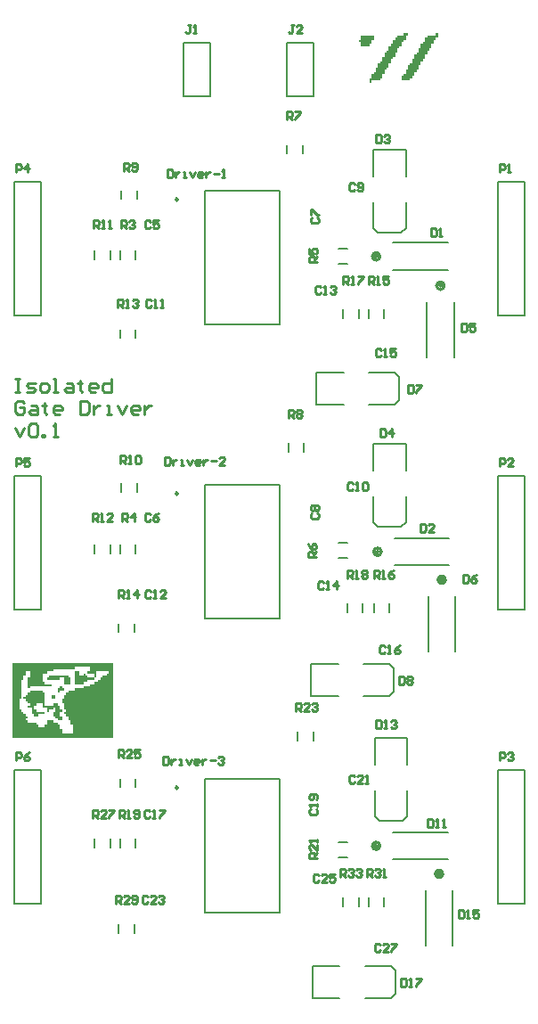
<source format=gto>
G04*
G04 #@! TF.GenerationSoftware,Altium Limited,Altium Designer,20.2.3 (150)*
G04*
G04 Layer_Color=65535*
%FSLAX25Y25*%
%MOIN*%
G70*
G04*
G04 #@! TF.SameCoordinates,9B11B327-6EB5-4971-87C7-186C775F7969*
G04*
G04*
G04 #@! TF.FilePolarity,Positive*
G04*
G01*
G75*
%ADD10C,0.00787*%
%ADD11C,0.00984*%
%ADD12C,0.01000*%
G36*
X386100Y462800D02*
Y462000D01*
X385300D01*
Y461200D01*
Y460400D01*
X384500D01*
Y459600D01*
X381300D01*
Y460400D01*
Y461200D01*
X380500D01*
Y462000D01*
X381300D01*
Y462800D01*
Y463600D01*
X386100D01*
Y462800D01*
D02*
G37*
G36*
X410100Y463600D02*
Y462800D01*
X409300D01*
Y462000D01*
X408500D01*
Y461200D01*
Y460400D01*
X407700D01*
Y459600D01*
Y458800D01*
X406900D01*
Y458000D01*
X406100D01*
Y457200D01*
Y456400D01*
X405300D01*
Y455600D01*
Y454800D01*
X404500D01*
Y454000D01*
X403700D01*
Y453200D01*
Y452400D01*
X402900D01*
Y451600D01*
Y450800D01*
X402100D01*
Y450000D01*
X401300D01*
Y449200D01*
Y448400D01*
X400500D01*
Y447600D01*
X399700D01*
Y446800D01*
X396500D01*
Y447600D01*
Y448400D01*
X397300D01*
Y449200D01*
X398100D01*
Y450000D01*
Y450800D01*
X398900D01*
Y451600D01*
Y452400D01*
X399700D01*
Y453200D01*
X400500D01*
Y454000D01*
Y454800D01*
X401300D01*
Y455600D01*
Y456400D01*
X402100D01*
Y457200D01*
X402900D01*
Y458000D01*
Y458800D01*
X403700D01*
Y459600D01*
Y460400D01*
X404500D01*
Y461200D01*
X405300D01*
Y462000D01*
Y462800D01*
X406100D01*
Y463600D01*
X409300D01*
Y464400D01*
X410100D01*
Y463600D01*
D02*
G37*
G36*
X398900D02*
X398100D01*
Y462800D01*
Y462000D01*
X397300D01*
Y461200D01*
X396500D01*
Y460400D01*
Y459600D01*
X395700D01*
Y458800D01*
X394900D01*
Y458000D01*
Y457200D01*
X394100D01*
Y456400D01*
Y455600D01*
X393300D01*
Y454800D01*
X392500D01*
Y454000D01*
Y453200D01*
X391700D01*
Y452400D01*
Y451600D01*
X390900D01*
Y450800D01*
X390100D01*
Y450000D01*
Y449200D01*
X389300D01*
Y448400D01*
Y447600D01*
X388500D01*
Y446800D01*
X385300D01*
Y446000D01*
X384500D01*
Y446800D01*
Y447600D01*
X385300D01*
Y448400D01*
Y449200D01*
X386100D01*
Y450000D01*
X386900D01*
Y450800D01*
Y451600D01*
X387700D01*
Y452400D01*
Y453200D01*
X388500D01*
Y454000D01*
X389300D01*
Y454800D01*
Y455600D01*
X390100D01*
Y456400D01*
Y457200D01*
X390900D01*
Y458000D01*
X391700D01*
Y458800D01*
Y459600D01*
X392500D01*
Y460400D01*
X393300D01*
Y461200D01*
Y462000D01*
X394100D01*
Y462800D01*
X394900D01*
Y463600D01*
X397300D01*
Y464400D01*
X398900D01*
Y463600D01*
D02*
G37*
G36*
X288600Y228200D02*
Y227400D01*
Y226600D01*
Y225800D01*
Y225000D01*
Y224200D01*
Y223400D01*
Y222600D01*
Y221800D01*
Y221000D01*
Y220200D01*
Y219400D01*
Y218600D01*
Y217800D01*
Y217000D01*
Y216200D01*
Y215400D01*
Y214600D01*
Y213800D01*
Y213000D01*
Y212200D01*
Y211400D01*
Y210600D01*
Y209800D01*
Y209000D01*
Y208200D01*
Y207400D01*
Y206600D01*
Y205800D01*
Y205000D01*
Y204200D01*
Y203400D01*
Y202600D01*
Y201800D01*
Y201000D01*
X251000D01*
Y201800D01*
Y202600D01*
Y203400D01*
Y204200D01*
Y205000D01*
Y205800D01*
Y206600D01*
Y207400D01*
Y208200D01*
Y209000D01*
Y209800D01*
Y210600D01*
Y211400D01*
Y212200D01*
Y213000D01*
Y213800D01*
Y214600D01*
Y215400D01*
Y216200D01*
Y217000D01*
Y217800D01*
Y218600D01*
Y219400D01*
Y220200D01*
Y221000D01*
Y221800D01*
Y222600D01*
Y223400D01*
Y224200D01*
Y225000D01*
Y225800D01*
Y226600D01*
Y227400D01*
Y228200D01*
Y229000D01*
X288600D01*
Y228200D01*
D02*
G37*
%LPC*%
G36*
X279800Y227400D02*
X274200D01*
Y226600D01*
X266200D01*
Y225800D01*
X263800D01*
Y225000D01*
X262200D01*
Y224200D01*
Y223400D01*
Y222600D01*
Y221800D01*
X263000D01*
Y221000D01*
X265400D01*
Y220200D01*
X257400D01*
Y219400D01*
X256600D01*
Y220200D01*
Y221000D01*
Y221800D01*
Y222600D01*
Y223400D01*
X257400D01*
Y224200D01*
Y225000D01*
Y225800D01*
X255800D01*
Y225000D01*
Y224200D01*
X255000D01*
Y223400D01*
Y222600D01*
X254200D01*
Y221800D01*
Y221000D01*
Y220200D01*
Y219400D01*
Y218600D01*
Y217800D01*
Y217000D01*
Y216200D01*
Y215400D01*
X253400D01*
Y214600D01*
Y213800D01*
Y213000D01*
Y212200D01*
Y211400D01*
X254200D01*
Y210600D01*
X255000D01*
Y209800D01*
X255800D01*
Y209000D01*
X256600D01*
Y208200D01*
X255800D01*
Y207400D01*
X256600D01*
Y206600D01*
X259800D01*
Y205800D01*
X260600D01*
Y205000D01*
X263000D01*
Y205800D01*
X263800D01*
Y206600D01*
Y207400D01*
X266200D01*
Y206600D01*
X267800D01*
Y205800D01*
X268600D01*
Y205000D01*
Y204200D01*
X269400D01*
Y203400D01*
Y202600D01*
X273400D01*
Y203400D01*
Y204200D01*
Y205000D01*
Y205800D01*
X272600D01*
Y206600D01*
Y207400D01*
X271800D01*
Y208200D01*
Y209000D01*
X271000D01*
Y209800D01*
X270200D01*
Y210600D01*
X271000D01*
Y211400D01*
X270200D01*
Y212200D01*
Y213000D01*
Y213800D01*
X269400D01*
Y214600D01*
Y215400D01*
X270200D01*
Y216200D01*
Y217000D01*
X271000D01*
Y217800D01*
X271800D01*
Y218600D01*
X274200D01*
Y219400D01*
X277400D01*
Y220200D01*
X279800D01*
Y221000D01*
X281400D01*
Y221800D01*
X283000D01*
Y222600D01*
X283800D01*
Y223400D01*
X284600D01*
Y224200D01*
X286200D01*
Y225000D01*
X287000D01*
Y225800D01*
X282200D01*
Y225000D01*
Y224200D01*
Y223400D01*
X281400D01*
Y224200D01*
Y225000D01*
X279000D01*
Y225800D01*
X279800D01*
Y226600D01*
Y227400D01*
D02*
G37*
%LPD*%
G36*
X275800Y225000D02*
Y224200D01*
X277400D01*
Y225000D01*
X278200D01*
Y224200D01*
X279000D01*
Y223400D01*
X281400D01*
Y222600D01*
X279000D01*
Y221800D01*
X277400D01*
Y221000D01*
X274200D01*
Y221800D01*
Y222600D01*
Y223400D01*
Y224200D01*
Y225000D01*
Y225800D01*
X275800D01*
Y225000D01*
D02*
G37*
G36*
X271800Y223400D02*
X272600D01*
Y222600D01*
Y221800D01*
Y221000D01*
X270200D01*
Y221800D01*
Y222600D01*
Y223400D01*
X268600D01*
Y222600D01*
X263800D01*
Y223400D01*
X264600D01*
Y224200D01*
X271800D01*
Y223400D01*
D02*
G37*
G36*
X269400Y219400D02*
X270200D01*
Y218600D01*
X268600D01*
Y217800D01*
X267800D01*
Y218600D01*
Y219400D01*
X268600D01*
Y220200D01*
X269400D01*
Y219400D01*
D02*
G37*
G36*
X267000Y216200D02*
Y215400D01*
X265400D01*
Y216200D01*
Y217000D01*
X267000D01*
Y216200D01*
D02*
G37*
G36*
X262200Y217800D02*
X263000D01*
Y217000D01*
Y216200D01*
Y215400D01*
Y214600D01*
Y213800D01*
Y213000D01*
X266200D01*
Y213800D01*
X267800D01*
Y213000D01*
X268600D01*
Y212200D01*
Y211400D01*
X269400D01*
Y210600D01*
X268600D01*
Y209800D01*
Y209000D01*
X269400D01*
Y208200D01*
Y207400D01*
X267800D01*
Y208200D01*
X267000D01*
Y209000D01*
X266200D01*
Y209800D01*
Y210600D01*
X267000D01*
Y211400D01*
Y212200D01*
X266200D01*
Y211400D01*
X264600D01*
Y210600D01*
X263800D01*
Y211400D01*
Y212200D01*
X262200D01*
Y213000D01*
Y213800D01*
X259800D01*
Y213000D01*
X259000D01*
Y212200D01*
Y211400D01*
X259800D01*
Y210600D01*
X263000D01*
Y209800D01*
X260600D01*
Y209000D01*
X259000D01*
Y209800D01*
X258200D01*
Y210600D01*
Y211400D01*
Y212200D01*
X256600D01*
Y213000D01*
X257400D01*
Y213800D01*
X256600D01*
Y214600D01*
X255800D01*
Y215400D01*
X255000D01*
Y216200D01*
X255800D01*
Y217000D01*
X256600D01*
Y217800D01*
X257400D01*
Y218600D01*
X262200D01*
Y217800D01*
D02*
G37*
D10*
X410894Y150035D02*
G03*
X410894Y150035I-394J0D01*
G01*
X411614Y150000D02*
G03*
X411614Y150000I-1114J0D01*
G01*
X412170Y150035D02*
G03*
X412170Y150035I-1670J0D01*
G01*
X411057D02*
G03*
X411057Y150035I-557J0D01*
G01*
X387358Y160500D02*
G03*
X387358Y160500I-394J0D01*
G01*
X388113D02*
G03*
X388113Y160500I-1114J0D01*
G01*
X388635D02*
G03*
X388635Y160500I-1670J0D01*
G01*
X387521D02*
G03*
X387521Y160500I-557J0D01*
G01*
X411894Y260035D02*
G03*
X411894Y260035I-394J0D01*
G01*
X412614Y260000D02*
G03*
X412614Y260000I-1114J0D01*
G01*
X413170Y260035D02*
G03*
X413170Y260035I-1670J0D01*
G01*
X412057D02*
G03*
X412057Y260035I-557J0D01*
G01*
X387858Y270500D02*
G03*
X387858Y270500I-394J0D01*
G01*
X388614D02*
G03*
X388614Y270500I-1114J0D01*
G01*
X389135D02*
G03*
X389135Y270500I-1670J0D01*
G01*
X388021D02*
G03*
X388021Y270500I-557J0D01*
G01*
X411394Y370035D02*
G03*
X411394Y370035I-394J0D01*
G01*
X412114Y370000D02*
G03*
X412114Y370000I-1114J0D01*
G01*
X412670Y370035D02*
G03*
X412670Y370035I-1670J0D01*
G01*
X411557D02*
G03*
X411557Y370035I-557J0D01*
G01*
X387358Y381000D02*
G03*
X387358Y381000I-394J0D01*
G01*
X388113D02*
G03*
X388113Y381000I-1114J0D01*
G01*
X388635D02*
G03*
X388635Y381000I-1670J0D01*
G01*
X387521D02*
G03*
X387521Y381000I-557J0D01*
G01*
X432500Y409000D02*
X442500D01*
Y359000D02*
Y409000D01*
X432500Y359000D02*
Y409000D01*
Y359000D02*
X442500D01*
X364539Y325398D02*
Y337602D01*
X393870Y325398D02*
X395642Y327169D01*
X393870Y337602D02*
X395642Y335831D01*
Y327169D02*
Y335831D01*
X364539Y325398D02*
X374776D01*
X364539Y337602D02*
X374776D01*
X384224D02*
X393870D01*
X384224Y325398D02*
X393870D01*
X385898Y420961D02*
X398102D01*
X385898Y391630D02*
X387669Y389858D01*
X396331D02*
X398102Y391630D01*
X387669Y389858D02*
X396331D01*
X385898Y410724D02*
Y420961D01*
X398102Y410724D02*
Y420961D01*
Y391630D02*
Y401276D01*
X385898Y391630D02*
Y401276D01*
Y310961D02*
X398102D01*
X385898Y281630D02*
X387669Y279858D01*
X396331D02*
X398102Y281630D01*
X387669Y279858D02*
X396331D01*
X385898Y300724D02*
Y310961D01*
X398102Y300724D02*
Y310961D01*
Y281630D02*
Y291276D01*
X385898Y281630D02*
Y291276D01*
X362539Y216398D02*
Y228602D01*
X391870Y216398D02*
X393642Y218169D01*
X391870Y228602D02*
X393642Y226831D01*
Y218169D02*
Y226831D01*
X362539Y216398D02*
X372776D01*
X362539Y228602D02*
X372776D01*
X382224D02*
X391870D01*
X382224Y216398D02*
X391870D01*
X363453Y199925D02*
Y203075D01*
X357547Y199925D02*
Y203075D01*
X405382Y123264D02*
Y143736D01*
X415618Y123264D02*
Y143736D01*
X393264Y155382D02*
X413736D01*
X393264Y165618D02*
X413736D01*
X384047Y137925D02*
Y141075D01*
X389953Y137925D02*
Y141075D01*
X363039Y103398D02*
Y115602D01*
X392370Y103398D02*
X394142Y105169D01*
X392370Y115602D02*
X394142Y113831D01*
Y105169D02*
Y113831D01*
X363039Y103398D02*
X373276D01*
X363039Y115602D02*
X373276D01*
X382724D02*
X392370D01*
X382724Y103398D02*
X392370D01*
X372925Y161953D02*
X376075D01*
X372925Y156047D02*
X376075D01*
X380453Y137925D02*
Y141075D01*
X374547Y137925D02*
Y141075D01*
X406382Y233264D02*
Y253736D01*
X416618Y233264D02*
Y253736D01*
X372925Y273953D02*
X376075D01*
X372925Y268047D02*
X376075D01*
X393764Y265382D02*
X414236D01*
X393764Y275618D02*
X414236D01*
X405882Y343264D02*
Y363736D01*
X416118Y343264D02*
Y363736D01*
X372925Y378047D02*
X376075D01*
X372925Y383953D02*
X376075D01*
X290547Y127925D02*
Y131075D01*
X296453Y127925D02*
Y131075D01*
X281547Y159925D02*
Y163075D01*
X287453Y159925D02*
Y163075D01*
X291047Y159925D02*
Y163075D01*
X296953Y159925D02*
Y163075D01*
X296953Y182425D02*
Y185575D01*
X291047Y182425D02*
Y185575D01*
X297453Y292925D02*
Y296075D01*
X291547Y292925D02*
Y296075D01*
X281547Y269925D02*
Y273075D01*
X287453Y269925D02*
Y273075D01*
X291047Y269925D02*
Y273075D01*
X296953Y269925D02*
Y273075D01*
X323024Y355500D02*
X350976D01*
Y405500D01*
X323024D02*
X350976D01*
X323024Y355500D02*
Y405500D01*
Y135500D02*
Y185500D01*
X350976D01*
Y135500D02*
Y185500D01*
X323024Y135500D02*
X350976D01*
X323024Y245500D02*
Y295500D01*
X350976D01*
Y245500D02*
Y295500D01*
X323024Y245500D02*
X350976D01*
X251500Y409000D02*
X261500D01*
Y359000D02*
Y409000D01*
X251500Y359000D02*
Y409000D01*
Y359000D02*
X261500D01*
X251500Y249000D02*
X261500D01*
X251500D02*
Y299000D01*
X261500Y249000D02*
Y299000D01*
X251500D02*
X261500D01*
X251500Y139000D02*
X261500D01*
X251500D02*
Y189000D01*
X261500Y139000D02*
Y189000D01*
X251500D02*
X261500D01*
X432500Y139000D02*
X442500D01*
X432500D02*
Y189000D01*
X442500Y139000D02*
Y189000D01*
X432500D02*
X442500D01*
X359453Y419425D02*
Y422575D01*
X353547Y419425D02*
Y422575D01*
X393264Y375882D02*
X413736D01*
X393264Y386118D02*
X413736D01*
X384047Y357925D02*
Y361075D01*
X389953Y357925D02*
Y361075D01*
X296953Y350425D02*
Y353575D01*
X291047Y350425D02*
Y353575D01*
X291547Y402425D02*
Y405575D01*
X297453Y402425D02*
Y405575D01*
X287453Y379925D02*
Y383075D01*
X281547Y379925D02*
Y383075D01*
X296953Y379925D02*
Y383075D01*
X291047Y379925D02*
Y383075D01*
X374547Y357925D02*
Y361075D01*
X380453Y357925D02*
Y361075D01*
X432500Y299000D02*
X442500D01*
Y249000D02*
Y299000D01*
X432500Y249000D02*
Y299000D01*
Y249000D02*
X442500D01*
X354047Y307925D02*
Y311075D01*
X359953Y307925D02*
Y311075D01*
X376047Y247925D02*
Y251075D01*
X381953Y247925D02*
Y251075D01*
X391953Y247925D02*
Y251075D01*
X386047Y247925D02*
Y251075D01*
X296453Y240425D02*
Y243575D01*
X290547Y240425D02*
Y243575D01*
X353500Y461000D02*
X363500D01*
Y441000D02*
Y461000D01*
X353500Y441000D02*
X363500D01*
X353500D02*
Y461000D01*
X315000D02*
X325000D01*
Y441000D02*
Y461000D01*
X315000Y441000D02*
X325000D01*
X315000D02*
Y461000D01*
X386398Y171630D02*
Y181276D01*
X398602Y171630D02*
Y181276D01*
Y190724D02*
Y200961D01*
X386398Y190724D02*
Y200961D01*
X388169Y169858D02*
X396831D01*
X398602Y171630D01*
X386398D02*
X388169Y169858D01*
X386398Y200961D02*
X398602D01*
D11*
X312827Y402252D02*
G03*
X312827Y402252I-492J0D01*
G01*
Y182252D02*
G03*
X312827Y182252I-492J0D01*
G01*
Y292252D02*
G03*
X312827Y292252I-492J0D01*
G01*
D12*
X252000Y335295D02*
X253666D01*
X252833D01*
Y330296D01*
X252000D01*
X253666D01*
X256165D02*
X258664D01*
X259498Y331129D01*
X258664Y331962D01*
X256998D01*
X256165Y332795D01*
X256998Y333628D01*
X259498D01*
X261997Y330296D02*
X263663D01*
X264496Y331129D01*
Y332795D01*
X263663Y333628D01*
X261997D01*
X261164Y332795D01*
Y331129D01*
X261997Y330296D01*
X266162D02*
X267828D01*
X266995D01*
Y335295D01*
X266162D01*
X271161Y333628D02*
X272827D01*
X273660Y332795D01*
Y330296D01*
X271161D01*
X270327Y331129D01*
X271161Y331962D01*
X273660D01*
X276159Y334461D02*
Y333628D01*
X275326D01*
X276992D01*
X276159D01*
Y331129D01*
X276992Y330296D01*
X281990D02*
X280324D01*
X279491Y331129D01*
Y332795D01*
X280324Y333628D01*
X281990D01*
X282823Y332795D01*
Y331962D01*
X279491D01*
X287822Y335295D02*
Y330296D01*
X285322D01*
X284489Y331129D01*
Y332795D01*
X285322Y333628D01*
X287822D01*
X255332Y326063D02*
X254499Y326896D01*
X252833D01*
X252000Y326063D01*
Y322731D01*
X252833Y321898D01*
X254499D01*
X255332Y322731D01*
Y324397D01*
X253666D01*
X257831Y325230D02*
X259498D01*
X260331Y324397D01*
Y321898D01*
X257831D01*
X256998Y322731D01*
X257831Y323564D01*
X260331D01*
X262830Y326063D02*
Y325230D01*
X261997D01*
X263663D01*
X262830D01*
Y322731D01*
X263663Y321898D01*
X268661D02*
X266995D01*
X266162Y322731D01*
Y324397D01*
X266995Y325230D01*
X268661D01*
X269494Y324397D01*
Y323564D01*
X266162D01*
X276159Y326896D02*
Y321898D01*
X278658D01*
X279491Y322731D01*
Y326063D01*
X278658Y326896D01*
X276159D01*
X281157Y325230D02*
Y321898D01*
Y323564D01*
X281990Y324397D01*
X282823Y325230D01*
X283656D01*
X286156Y321898D02*
X287822D01*
X286989D01*
Y325230D01*
X286156D01*
X290321D02*
X291987Y321898D01*
X293653Y325230D01*
X297818Y321898D02*
X296152D01*
X295319Y322731D01*
Y324397D01*
X296152Y325230D01*
X297818D01*
X298652Y324397D01*
Y323564D01*
X295319D01*
X300318Y325230D02*
Y321898D01*
Y323564D01*
X301151Y324397D01*
X301984Y325230D01*
X302817D01*
X252000Y316832D02*
X253666Y313500D01*
X255332Y316832D01*
X256998Y317665D02*
X257831Y318498D01*
X259498D01*
X260331Y317665D01*
Y314333D01*
X259498Y313500D01*
X257831D01*
X256998Y314333D01*
Y317665D01*
X261997Y313500D02*
Y314333D01*
X262830D01*
Y313500D01*
X261997D01*
X266162D02*
X267828D01*
X266995D01*
Y318498D01*
X266162Y317665D01*
X433100Y412400D02*
Y415399D01*
X434599D01*
X435099Y414899D01*
Y413900D01*
X434599Y413400D01*
X433100D01*
X436099Y412400D02*
X437099D01*
X436599D01*
Y415399D01*
X436099Y414899D01*
X252100Y412400D02*
Y415399D01*
X253600D01*
X254099Y414899D01*
Y413900D01*
X253600Y413400D01*
X252100D01*
X256598Y412400D02*
Y415399D01*
X255099Y413900D01*
X257098D01*
X363000Y395500D02*
X362501Y395000D01*
Y394001D01*
X363000Y393501D01*
X365000D01*
X365499Y394001D01*
Y395000D01*
X365000Y395500D01*
X362501Y396500D02*
Y398499D01*
X363000D01*
X365000Y396500D01*
X365499D01*
X407501Y391499D02*
Y388500D01*
X409000D01*
X409500Y389000D01*
Y391000D01*
X409000Y391499D01*
X407501D01*
X410500Y388500D02*
X411499D01*
X410999D01*
Y391499D01*
X410500Y391000D01*
X373501Y149001D02*
Y151999D01*
X375001D01*
X375501Y151500D01*
Y150500D01*
X375001Y150000D01*
X373501D01*
X374501D02*
X375501Y149001D01*
X376500Y151500D02*
X377000Y151999D01*
X378000D01*
X378500Y151500D01*
Y151000D01*
X378000Y150500D01*
X377500D01*
X378000D01*
X378500Y150000D01*
Y149500D01*
X378000Y149001D01*
X377000D01*
X376500Y149500D01*
X379499Y151500D02*
X379999Y151999D01*
X380999D01*
X381499Y151500D01*
Y151000D01*
X380999Y150500D01*
X380499D01*
X380999D01*
X381499Y150000D01*
Y149500D01*
X380999Y149001D01*
X379999D01*
X379499Y149500D01*
X383501Y149001D02*
Y151999D01*
X385001D01*
X385501Y151500D01*
Y150500D01*
X385001Y150000D01*
X383501D01*
X384501D02*
X385501Y149001D01*
X386500Y151500D02*
X387000Y151999D01*
X388000D01*
X388499Y151500D01*
Y151000D01*
X388000Y150500D01*
X387500D01*
X388000D01*
X388499Y150000D01*
Y149500D01*
X388000Y149001D01*
X387000D01*
X386500Y149500D01*
X389499Y149001D02*
X390499D01*
X389999D01*
Y151999D01*
X389499Y151500D01*
X289501Y139000D02*
Y141999D01*
X291001D01*
X291501Y141500D01*
Y140500D01*
X291001Y140000D01*
X289501D01*
X290501D02*
X291501Y139000D01*
X294500D02*
X292500D01*
X294500Y141000D01*
Y141500D01*
X294000Y141999D01*
X293000D01*
X292500Y141500D01*
X295499Y139500D02*
X295999Y139000D01*
X296999D01*
X297499Y139500D01*
Y141500D01*
X296999Y141999D01*
X295999D01*
X295499Y141500D01*
Y141000D01*
X295999Y140500D01*
X297499D01*
X281001Y171001D02*
Y174000D01*
X282501D01*
X283001Y173500D01*
Y172500D01*
X282501Y172000D01*
X281001D01*
X282001D02*
X283001Y171001D01*
X286000D02*
X284000D01*
X286000Y173000D01*
Y173500D01*
X285500Y174000D01*
X284500D01*
X284000Y173500D01*
X286999Y174000D02*
X288999D01*
Y173500D01*
X286999Y171500D01*
Y171001D01*
X290501Y193500D02*
Y196500D01*
X292001D01*
X292501Y196000D01*
Y195000D01*
X292001Y194500D01*
X290501D01*
X291501D02*
X292501Y193500D01*
X295500D02*
X293500D01*
X295500Y195500D01*
Y196000D01*
X295000Y196500D01*
X294000D01*
X293500Y196000D01*
X298499Y196500D02*
X296499D01*
Y195000D01*
X297499Y195500D01*
X297999D01*
X298499Y195000D01*
Y194000D01*
X297999Y193500D01*
X296999D01*
X296499Y194000D01*
X357001Y211000D02*
Y214000D01*
X358501D01*
X359001Y213500D01*
Y212500D01*
X358501Y212000D01*
X357001D01*
X358001D02*
X359001Y211000D01*
X362000D02*
X360000D01*
X362000Y213000D01*
Y213500D01*
X361500Y214000D01*
X360500D01*
X360000Y213500D01*
X362999D02*
X363499Y214000D01*
X364499D01*
X364999Y213500D01*
Y213000D01*
X364499Y212500D01*
X363999D01*
X364499D01*
X364999Y212000D01*
Y211500D01*
X364499Y211000D01*
X363499D01*
X362999Y211500D01*
X365000Y156001D02*
X362000D01*
Y157501D01*
X362500Y158001D01*
X363500D01*
X364000Y157501D01*
Y156001D01*
Y157001D02*
X365000Y158001D01*
Y161000D02*
Y159000D01*
X363000Y161000D01*
X362500D01*
X362000Y160500D01*
Y159500D01*
X362500Y159000D01*
X365000Y161999D02*
Y162999D01*
Y162499D01*
X362000D01*
X362500Y161999D01*
X290751Y171001D02*
Y174000D01*
X292251D01*
X292751Y173500D01*
Y172500D01*
X292251Y172000D01*
X290751D01*
X291751D02*
X292751Y171001D01*
X293750D02*
X294750D01*
X294250D01*
Y174000D01*
X293750Y173500D01*
X296249Y171500D02*
X296749Y171001D01*
X297749D01*
X298249Y171500D01*
Y173500D01*
X297749Y174000D01*
X296749D01*
X296249Y173500D01*
Y173000D01*
X296749Y172500D01*
X298249D01*
X376100Y260600D02*
Y263599D01*
X377600D01*
X378099Y263099D01*
Y262100D01*
X377600Y261600D01*
X376100D01*
X377100D02*
X378099Y260600D01*
X379099D02*
X380099D01*
X379599D01*
Y263599D01*
X379099Y263099D01*
X381598D02*
X382098Y263599D01*
X383098D01*
X383598Y263099D01*
Y262599D01*
X383098Y262100D01*
X383598Y261600D01*
Y261100D01*
X383098Y260600D01*
X382098D01*
X381598Y261100D01*
Y261600D01*
X382098Y262100D01*
X381598Y262599D01*
Y263099D01*
X382098Y262100D02*
X383098D01*
X374600Y370600D02*
Y373599D01*
X376099D01*
X376599Y373099D01*
Y372099D01*
X376099Y371600D01*
X374600D01*
X375600D02*
X376599Y370600D01*
X377599D02*
X378599D01*
X378099D01*
Y373599D01*
X377599Y373099D01*
X380098Y373599D02*
X382098D01*
Y373099D01*
X380098Y371100D01*
Y370600D01*
X386100Y260600D02*
Y263599D01*
X387599D01*
X388099Y263099D01*
Y262100D01*
X387599Y261600D01*
X386100D01*
X387100D02*
X388099Y260600D01*
X389099D02*
X390099D01*
X389599D01*
Y263599D01*
X389099Y263099D01*
X393598Y263599D02*
X392598Y263099D01*
X391598Y262100D01*
Y261100D01*
X392098Y260600D01*
X393098D01*
X393598Y261100D01*
Y261600D01*
X393098Y262100D01*
X391598D01*
X384100Y370600D02*
Y373599D01*
X385599D01*
X386099Y373099D01*
Y372099D01*
X385599Y371600D01*
X384100D01*
X385100D02*
X386099Y370600D01*
X387099D02*
X388099D01*
X387599D01*
Y373599D01*
X387099Y373099D01*
X391598Y373599D02*
X389598D01*
Y372099D01*
X390598Y372599D01*
X391098D01*
X391598Y372099D01*
Y371100D01*
X391098Y370600D01*
X390098D01*
X389598Y371100D01*
X290600Y253100D02*
Y256099D01*
X292099D01*
X292599Y255599D01*
Y254599D01*
X292099Y254100D01*
X290600D01*
X291600D02*
X292599Y253100D01*
X293599D02*
X294599D01*
X294099D01*
Y256099D01*
X293599Y255599D01*
X297598Y253100D02*
Y256099D01*
X296098Y254599D01*
X298098D01*
X290251Y362000D02*
Y365000D01*
X291751D01*
X292251Y364500D01*
Y363500D01*
X291751Y363000D01*
X290251D01*
X291251D02*
X292251Y362000D01*
X293250D02*
X294250D01*
X293750D01*
Y365000D01*
X293250Y364500D01*
X295749D02*
X296249Y365000D01*
X297249D01*
X297749Y364500D01*
Y364000D01*
X297249Y363500D01*
X296749D01*
X297249D01*
X297749Y363000D01*
Y362500D01*
X297249Y362000D01*
X296249D01*
X295749Y362500D01*
X280751Y282000D02*
Y284999D01*
X282251D01*
X282751Y284500D01*
Y283500D01*
X282251Y283000D01*
X280751D01*
X281751D02*
X282751Y282000D01*
X283750D02*
X284750D01*
X284250D01*
Y284999D01*
X283750Y284500D01*
X288249Y282000D02*
X286249D01*
X288249Y284000D01*
Y284500D01*
X287749Y284999D01*
X286749D01*
X286249Y284500D01*
X281251Y391500D02*
Y394499D01*
X282751D01*
X283250Y394000D01*
Y393000D01*
X282751Y392500D01*
X281251D01*
X282251D02*
X283250Y391500D01*
X284250D02*
X285250D01*
X284750D01*
Y394499D01*
X284250Y394000D01*
X286749Y391500D02*
X287749D01*
X287249D01*
Y394499D01*
X286749Y394000D01*
X291251Y303501D02*
Y306500D01*
X292751D01*
X293251Y306000D01*
Y305000D01*
X292751Y304500D01*
X291251D01*
X292251D02*
X293251Y303501D01*
X294250D02*
X295250D01*
X294750D01*
Y306500D01*
X294250Y306000D01*
X296749D02*
X297249Y306500D01*
X298249D01*
X298749Y306000D01*
Y304000D01*
X298249Y303501D01*
X297249D01*
X296749Y304000D01*
Y306000D01*
X292501Y413000D02*
Y416000D01*
X294000D01*
X294500Y415500D01*
Y414500D01*
X294000Y414000D01*
X292501D01*
X293500D02*
X294500Y413000D01*
X295500Y413500D02*
X296000Y413000D01*
X296999D01*
X297499Y413500D01*
Y415500D01*
X296999Y416000D01*
X296000D01*
X295500Y415500D01*
Y415000D01*
X296000Y414500D01*
X297499D01*
X354100Y320600D02*
Y323599D01*
X355599D01*
X356099Y323099D01*
Y322099D01*
X355599Y321600D01*
X354100D01*
X355100D02*
X356099Y320600D01*
X357099Y323099D02*
X357599Y323599D01*
X358598D01*
X359098Y323099D01*
Y322599D01*
X358598Y322099D01*
X359098Y321600D01*
Y321100D01*
X358598Y320600D01*
X357599D01*
X357099Y321100D01*
Y321600D01*
X357599Y322099D01*
X357099Y322599D01*
Y323099D01*
X357599Y322099D02*
X358598D01*
X353600Y432100D02*
Y435099D01*
X355100D01*
X355599Y434599D01*
Y433600D01*
X355100Y433100D01*
X353600D01*
X354600D02*
X355599Y432100D01*
X356599Y435099D02*
X358598D01*
Y434599D01*
X356599Y432600D01*
Y432100D01*
X364499Y268501D02*
X361501D01*
Y270000D01*
X362000Y270500D01*
X363000D01*
X363500Y270000D01*
Y268501D01*
Y269500D02*
X364499Y270500D01*
X361501Y273499D02*
X362000Y272499D01*
X363000Y271500D01*
X364000D01*
X364499Y272000D01*
Y272999D01*
X364000Y273499D01*
X363500D01*
X363000Y272999D01*
Y271500D01*
X365000Y379001D02*
X362000D01*
Y380500D01*
X362500Y381000D01*
X363500D01*
X364000Y380500D01*
Y379001D01*
Y380000D02*
X365000Y381000D01*
X362000Y383999D02*
Y382000D01*
X363500D01*
X363000Y382999D01*
Y383499D01*
X363500Y383999D01*
X364500D01*
X365000Y383499D01*
Y382500D01*
X364500Y382000D01*
X292001Y282000D02*
Y284999D01*
X293500D01*
X294000Y284500D01*
Y283500D01*
X293500Y283000D01*
X292001D01*
X293001D02*
X294000Y282000D01*
X296499D02*
Y284999D01*
X295000Y283500D01*
X296999D01*
X291501Y391500D02*
Y394499D01*
X293000D01*
X293500Y394000D01*
Y393000D01*
X293000Y392500D01*
X291501D01*
X292500D02*
X293500Y391500D01*
X294500Y394000D02*
X295000Y394499D01*
X295999D01*
X296499Y394000D01*
Y393500D01*
X295999Y393000D01*
X295499D01*
X295999D01*
X296499Y392500D01*
Y392000D01*
X295999Y391500D01*
X295000D01*
X294500Y392000D01*
X252100Y192400D02*
Y195399D01*
X253600D01*
X254099Y194899D01*
Y193900D01*
X253600Y193400D01*
X252100D01*
X257098Y195399D02*
X256099Y194899D01*
X255099Y193900D01*
Y192900D01*
X255599Y192400D01*
X256598D01*
X257098Y192900D01*
Y193400D01*
X256598Y193900D01*
X255099D01*
X252100Y302400D02*
Y305399D01*
X253600D01*
X254099Y304899D01*
Y303900D01*
X253600Y303400D01*
X252100D01*
X257098Y305399D02*
X255099D01*
Y303900D01*
X256099Y304399D01*
X256598D01*
X257098Y303900D01*
Y302900D01*
X256598Y302400D01*
X255599D01*
X255099Y302900D01*
X433100Y192400D02*
Y195399D01*
X434599D01*
X435099Y194899D01*
Y193900D01*
X434599Y193400D01*
X433100D01*
X436099Y194899D02*
X436599Y195399D01*
X437599D01*
X438098Y194899D01*
Y194399D01*
X437599Y193900D01*
X437099D01*
X437599D01*
X438098Y193400D01*
Y192900D01*
X437599Y192400D01*
X436599D01*
X436099Y192900D01*
X433100Y302400D02*
Y305399D01*
X434599D01*
X435099Y304899D01*
Y303900D01*
X434599Y303400D01*
X433100D01*
X438098Y302400D02*
X436099D01*
X438098Y304399D01*
Y304899D01*
X437599Y305399D01*
X436599D01*
X436099Y304899D01*
X356099Y467399D02*
X355100D01*
X355599D01*
Y464900D01*
X355100Y464400D01*
X354600D01*
X354100Y464900D01*
X359098Y464400D02*
X357099D01*
X359098Y466399D01*
Y466899D01*
X358598Y467399D01*
X357599D01*
X357099Y466899D01*
X317599Y467399D02*
X316600D01*
X317099D01*
Y464900D01*
X316600Y464400D01*
X316100D01*
X315600Y464900D01*
X318599Y464400D02*
X319599D01*
X319099D01*
Y467399D01*
X318599Y466899D01*
X307254Y194000D02*
Y191000D01*
X308753D01*
X309253Y191500D01*
Y193500D01*
X308753Y194000D01*
X307254D01*
X310253Y193000D02*
Y191000D01*
Y192000D01*
X310753Y192500D01*
X311252Y193000D01*
X311752D01*
X313252Y191000D02*
X314251D01*
X313752D01*
Y193000D01*
X313252D01*
X315751D02*
X316751Y191000D01*
X317750Y193000D01*
X320249Y191000D02*
X319250D01*
X318750Y191500D01*
Y192500D01*
X319250Y193000D01*
X320249D01*
X320749Y192500D01*
Y192000D01*
X318750D01*
X321749Y193000D02*
Y191000D01*
Y192000D01*
X322249Y192500D01*
X322749Y193000D01*
X323249D01*
X324748Y192500D02*
X326747D01*
X327747Y193500D02*
X328247Y194000D01*
X329246D01*
X329746Y193500D01*
Y193000D01*
X329246Y192500D01*
X328747D01*
X329246D01*
X329746Y192000D01*
Y191500D01*
X329246Y191000D01*
X328247D01*
X327747Y191500D01*
X307754Y305999D02*
Y303000D01*
X309253D01*
X309753Y303500D01*
Y305500D01*
X309253Y305999D01*
X307754D01*
X310753Y305000D02*
Y303000D01*
Y304000D01*
X311252Y304500D01*
X311752Y305000D01*
X312252D01*
X313752Y303000D02*
X314751D01*
X314251D01*
Y305000D01*
X313752D01*
X316251D02*
X317251Y303000D01*
X318250Y305000D01*
X320749Y303000D02*
X319750D01*
X319250Y303500D01*
Y304500D01*
X319750Y305000D01*
X320749D01*
X321249Y304500D01*
Y304000D01*
X319250D01*
X322249Y305000D02*
Y303000D01*
Y304000D01*
X322749Y304500D01*
X323249Y305000D01*
X323748D01*
X325248Y304500D02*
X327247D01*
X330246Y303000D02*
X328247D01*
X330246Y305000D01*
Y305500D01*
X329747Y305999D01*
X328747D01*
X328247Y305500D01*
X308753Y413499D02*
Y410500D01*
X310253D01*
X310753Y411000D01*
Y413000D01*
X310253Y413499D01*
X308753D01*
X311753Y412500D02*
Y410500D01*
Y411500D01*
X312252Y412000D01*
X312752Y412500D01*
X313252D01*
X314752Y410500D02*
X315751D01*
X315251D01*
Y412500D01*
X314752D01*
X317251D02*
X318250Y410500D01*
X319250Y412500D01*
X321749Y410500D02*
X320750D01*
X320250Y411000D01*
Y412000D01*
X320750Y412500D01*
X321749D01*
X322249Y412000D01*
Y411500D01*
X320250D01*
X323249Y412500D02*
Y410500D01*
Y411500D01*
X323749Y412000D01*
X324249Y412500D01*
X324748D01*
X326248Y412000D02*
X328247D01*
X329247Y410500D02*
X330246D01*
X329747D01*
Y413499D01*
X329247Y413000D01*
X396251Y111000D02*
Y108001D01*
X397751D01*
X398251Y108500D01*
Y110500D01*
X397751Y111000D01*
X396251D01*
X399250Y108001D02*
X400250D01*
X399750D01*
Y111000D01*
X399250Y110500D01*
X401749Y111000D02*
X403749D01*
Y110500D01*
X401749Y108500D01*
Y108001D01*
X417751Y136500D02*
Y133501D01*
X419251D01*
X419751Y134000D01*
Y136000D01*
X419251Y136500D01*
X417751D01*
X420750Y133501D02*
X421750D01*
X421250D01*
Y136500D01*
X420750Y136000D01*
X425249Y136500D02*
X423249D01*
Y135000D01*
X424249Y135500D01*
X424749D01*
X425249Y135000D01*
Y134000D01*
X424749Y133501D01*
X423749D01*
X423249Y134000D01*
X387000Y207399D02*
Y204400D01*
X388499D01*
X388999Y204900D01*
Y206899D01*
X388499Y207399D01*
X387000D01*
X389999Y204400D02*
X390999D01*
X390499D01*
Y207399D01*
X389999Y206899D01*
X392498D02*
X392998Y207399D01*
X393998D01*
X394498Y206899D01*
Y206399D01*
X393998Y205900D01*
X393498D01*
X393998D01*
X394498Y205400D01*
Y204900D01*
X393998Y204400D01*
X392998D01*
X392498Y204900D01*
X406251Y170500D02*
Y167500D01*
X407751D01*
X408250Y168000D01*
Y170000D01*
X407751Y170500D01*
X406251D01*
X409250Y167500D02*
X410250D01*
X409750D01*
Y170500D01*
X409250Y170000D01*
X411749Y167500D02*
X412749D01*
X412249D01*
Y170500D01*
X411749Y170000D01*
X395501Y224000D02*
Y221001D01*
X397000D01*
X397500Y221500D01*
Y223500D01*
X397000Y224000D01*
X395501D01*
X398500Y223500D02*
X399000Y224000D01*
X399999D01*
X400499Y223500D01*
Y223000D01*
X399999Y222500D01*
X400499Y222000D01*
Y221500D01*
X399999Y221001D01*
X399000D01*
X398500Y221500D01*
Y222000D01*
X399000Y222500D01*
X398500Y223000D01*
Y223500D01*
X399000Y222500D02*
X399999D01*
X399001Y332999D02*
Y330000D01*
X400500D01*
X401000Y330500D01*
Y332500D01*
X400500Y332999D01*
X399001D01*
X402000D02*
X403999D01*
Y332500D01*
X402000Y330500D01*
Y330000D01*
X419501Y262000D02*
Y259000D01*
X421000D01*
X421500Y259500D01*
Y261500D01*
X421000Y262000D01*
X419501D01*
X424499D02*
X423499Y261500D01*
X422500Y260500D01*
Y259500D01*
X423000Y259000D01*
X423999D01*
X424499Y259500D01*
Y260000D01*
X423999Y260500D01*
X422500D01*
X419001Y355999D02*
Y353000D01*
X420500D01*
X421000Y353500D01*
Y355500D01*
X420500Y355999D01*
X419001D01*
X423999D02*
X422000D01*
Y354500D01*
X422999Y355000D01*
X423499D01*
X423999Y354500D01*
Y353500D01*
X423499Y353000D01*
X422500D01*
X422000Y353500D01*
X388501Y316499D02*
Y313500D01*
X390000D01*
X390500Y314000D01*
Y316000D01*
X390000Y316499D01*
X388501D01*
X392999Y313500D02*
Y316499D01*
X391500Y315000D01*
X393499D01*
X387001Y426500D02*
Y423500D01*
X388500D01*
X389000Y424000D01*
Y426000D01*
X388500Y426500D01*
X387001D01*
X390000Y426000D02*
X390500Y426500D01*
X391499D01*
X391999Y426000D01*
Y425500D01*
X391499Y425000D01*
X391000D01*
X391499D01*
X391999Y424500D01*
Y424000D01*
X391499Y423500D01*
X390500D01*
X390000Y424000D01*
X403501Y280999D02*
Y278000D01*
X405000D01*
X405500Y278500D01*
Y280500D01*
X405000Y280999D01*
X403501D01*
X408499Y278000D02*
X406500D01*
X408499Y280000D01*
Y280500D01*
X407999Y280999D01*
X407000D01*
X406500Y280500D01*
X388501Y123500D02*
X388001Y124000D01*
X387001D01*
X386501Y123500D01*
Y121500D01*
X387001Y121001D01*
X388001D01*
X388501Y121500D01*
X391500Y121001D02*
X389500D01*
X391500Y123000D01*
Y123500D01*
X391000Y124000D01*
X390000D01*
X389500Y123500D01*
X392499Y124000D02*
X394499D01*
Y123500D01*
X392499Y121500D01*
Y121001D01*
X365501Y149500D02*
X365001Y149999D01*
X364001D01*
X363501Y149500D01*
Y147500D01*
X364001Y147001D01*
X365001D01*
X365501Y147500D01*
X368500Y147001D02*
X366500D01*
X368500Y149000D01*
Y149500D01*
X368000Y149999D01*
X367000D01*
X366500Y149500D01*
X371499Y149999D02*
X369499D01*
Y148500D01*
X370499Y149000D01*
X370999D01*
X371499Y148500D01*
Y147500D01*
X370999Y147001D01*
X369999D01*
X369499Y147500D01*
X301501Y141500D02*
X301001Y141999D01*
X300001D01*
X299501Y141500D01*
Y139500D01*
X300001Y139000D01*
X301001D01*
X301501Y139500D01*
X304500Y139000D02*
X302500D01*
X304500Y141000D01*
Y141500D01*
X304000Y141999D01*
X303000D01*
X302500Y141500D01*
X305499D02*
X305999Y141999D01*
X306999D01*
X307499Y141500D01*
Y141000D01*
X306999Y140500D01*
X306499D01*
X306999D01*
X307499Y140000D01*
Y139500D01*
X306999Y139000D01*
X305999D01*
X305499Y139500D01*
X379000Y186500D02*
X378501Y186999D01*
X377501D01*
X377001Y186500D01*
Y184500D01*
X377501Y184001D01*
X378501D01*
X379000Y184500D01*
X381999Y184001D02*
X380000D01*
X381999Y186000D01*
Y186500D01*
X381500Y186999D01*
X380500D01*
X380000Y186500D01*
X382999Y184001D02*
X383999D01*
X383499D01*
Y186999D01*
X382999Y186500D01*
X362500Y174251D02*
X362000Y173751D01*
Y172751D01*
X362500Y172251D01*
X364500D01*
X365000Y172751D01*
Y173751D01*
X364500Y174251D01*
X365000Y175250D02*
Y176250D01*
Y175750D01*
X362000D01*
X362500Y175250D01*
X364500Y177749D02*
X365000Y178249D01*
Y179249D01*
X364500Y179749D01*
X362500D01*
X362000Y179249D01*
Y178249D01*
X362500Y177749D01*
X363000D01*
X363500Y178249D01*
Y179749D01*
X302251Y173500D02*
X301751Y174000D01*
X300751D01*
X300251Y173500D01*
Y171500D01*
X300751Y171001D01*
X301751D01*
X302251Y171500D01*
X303250Y171001D02*
X304250D01*
X303750D01*
Y174000D01*
X303250Y173500D01*
X305749Y174000D02*
X307749D01*
Y173500D01*
X305749Y171500D01*
Y171001D01*
X390251Y235000D02*
X389751Y235500D01*
X388751D01*
X388251Y235000D01*
Y233000D01*
X388751Y232501D01*
X389751D01*
X390251Y233000D01*
X391250Y232501D02*
X392250D01*
X391750D01*
Y235500D01*
X391250Y235000D01*
X395749Y235500D02*
X394749Y235000D01*
X393749Y234000D01*
Y233000D01*
X394249Y232501D01*
X395249D01*
X395749Y233000D01*
Y233500D01*
X395249Y234000D01*
X393749D01*
X388751Y346000D02*
X388251Y346499D01*
X387251D01*
X386751Y346000D01*
Y344000D01*
X387251Y343500D01*
X388251D01*
X388751Y344000D01*
X389750Y343500D02*
X390750D01*
X390250D01*
Y346499D01*
X389750Y346000D01*
X394249Y346499D02*
X392249D01*
Y345000D01*
X393249Y345500D01*
X393749D01*
X394249Y345000D01*
Y344000D01*
X393749Y343500D01*
X392749D01*
X392249Y344000D01*
X367251Y259000D02*
X366751Y259500D01*
X365751D01*
X365251Y259000D01*
Y257000D01*
X365751Y256501D01*
X366751D01*
X367251Y257000D01*
X368250Y256501D02*
X369250D01*
X368750D01*
Y259500D01*
X368250Y259000D01*
X372249Y256501D02*
Y259500D01*
X370749Y258000D01*
X372749D01*
X366251Y369500D02*
X365751Y370000D01*
X364751D01*
X364251Y369500D01*
Y367500D01*
X364751Y367001D01*
X365751D01*
X366251Y367500D01*
X367250Y367001D02*
X368250D01*
X367750D01*
Y370000D01*
X367250Y369500D01*
X369749D02*
X370249Y370000D01*
X371249D01*
X371749Y369500D01*
Y369000D01*
X371249Y368500D01*
X370749D01*
X371249D01*
X371749Y368000D01*
Y367500D01*
X371249Y367001D01*
X370249D01*
X369749Y367500D01*
X302599Y255599D02*
X302099Y256099D01*
X301100D01*
X300600Y255599D01*
Y253600D01*
X301100Y253100D01*
X302099D01*
X302599Y253600D01*
X303599Y253100D02*
X304599D01*
X304099D01*
Y256099D01*
X303599Y255599D01*
X308098Y253100D02*
X306098D01*
X308098Y255099D01*
Y255599D01*
X307598Y256099D01*
X306598D01*
X306098Y255599D01*
X302750Y364500D02*
X302251Y365000D01*
X301251D01*
X300751Y364500D01*
Y362500D01*
X301251Y362000D01*
X302251D01*
X302750Y362500D01*
X303750Y362000D02*
X304750D01*
X304250D01*
Y365000D01*
X303750Y364500D01*
X306249Y362000D02*
X307249D01*
X306749D01*
Y365000D01*
X306249Y364500D01*
X378251Y296000D02*
X377751Y296499D01*
X376751D01*
X376251Y296000D01*
Y294000D01*
X376751Y293500D01*
X377751D01*
X378251Y294000D01*
X379250Y293500D02*
X380250D01*
X379750D01*
Y296499D01*
X379250Y296000D01*
X381749D02*
X382249Y296499D01*
X383249D01*
X383749Y296000D01*
Y294000D01*
X383249Y293500D01*
X382249D01*
X381749Y294000D01*
Y296000D01*
X379000Y408000D02*
X378500Y408499D01*
X377501D01*
X377001Y408000D01*
Y406000D01*
X377501Y405501D01*
X378500D01*
X379000Y406000D01*
X380000D02*
X380500Y405501D01*
X381499D01*
X381999Y406000D01*
Y408000D01*
X381499Y408499D01*
X380500D01*
X380000Y408000D01*
Y407500D01*
X380500Y407000D01*
X381999D01*
X363000Y285000D02*
X362501Y284500D01*
Y283501D01*
X363000Y283001D01*
X365000D01*
X365499Y283501D01*
Y284500D01*
X365000Y285000D01*
X363000Y286000D02*
X362501Y286500D01*
Y287499D01*
X363000Y287999D01*
X363500D01*
X364000Y287499D01*
X364500Y287999D01*
X365000D01*
X365499Y287499D01*
Y286500D01*
X365000Y286000D01*
X364500D01*
X364000Y286500D01*
X363500Y286000D01*
X363000D01*
X364000Y286500D02*
Y287499D01*
X302500Y284500D02*
X302000Y284999D01*
X301001D01*
X300501Y284500D01*
Y282500D01*
X301001Y282000D01*
X302000D01*
X302500Y282500D01*
X305499Y284999D02*
X304500Y284500D01*
X303500Y283500D01*
Y282500D01*
X304000Y282000D01*
X304999D01*
X305499Y282500D01*
Y283000D01*
X304999Y283500D01*
X303500D01*
X302500Y394000D02*
X302000Y394499D01*
X301001D01*
X300501Y394000D01*
Y392000D01*
X301001Y391500D01*
X302000D01*
X302500Y392000D01*
X305499Y394499D02*
X303500D01*
Y393000D01*
X304500Y393500D01*
X304999D01*
X305499Y393000D01*
Y392000D01*
X304999Y391500D01*
X304000D01*
X303500Y392000D01*
M02*

</source>
